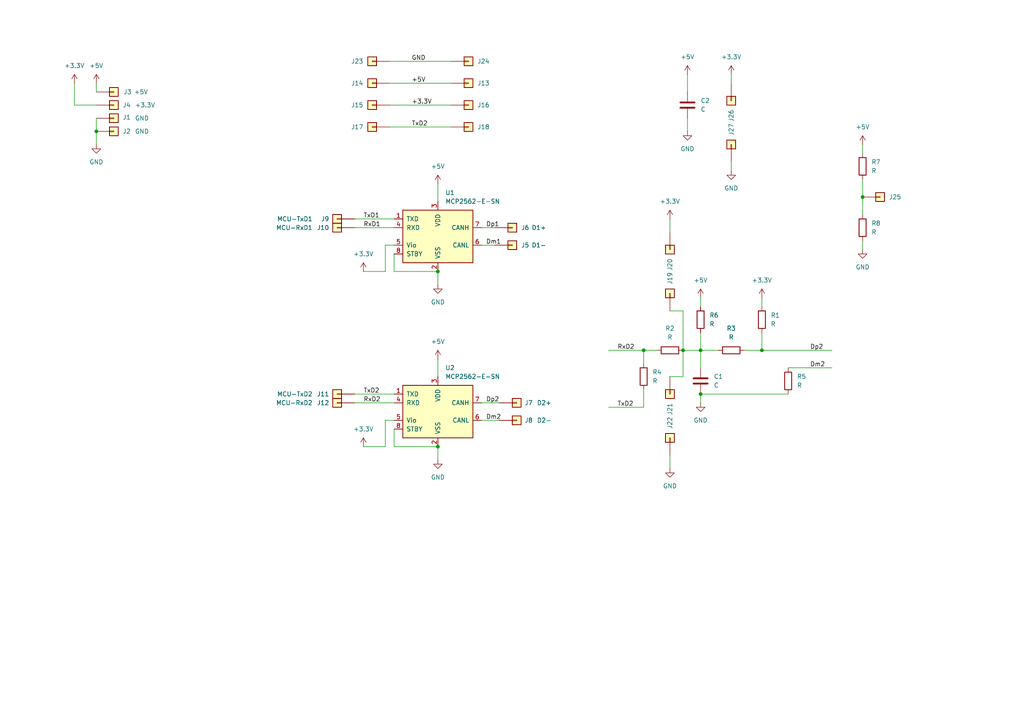
<source format=kicad_sch>
(kicad_sch (version 20250114) (generator "eeschema") (generator_version "9.0")
  (paper "A4")
  (lib_symbols
    (symbol "Connector_Generic:Conn_01x01" (pin_numbers (hide yes)) (pin_names (offset 1.016) (hide yes))
      (property "Reference" "J" (at 0 2.54 0))
      (property "Value" "Conn_01x01" (at 0 -2.54 0))
      (symbol "Conn_01x01_1_1"
        (rectangle (start -1.27 1.27) (end 1.27 -1.27) (stroke (width 0.254)) (fill (type background)))
        (rectangle (start -1.27 0.127) (end 0 -0.127) (stroke (width 0.1524)))
        (pin passive line (at -5.08 0 0) (length 3.81) (name "Pin_1") (number "1"))
      )
    )
    (symbol "Device:C" (pin_numbers (hide yes)) (pin_names (offset 0.254))
      (property "Reference" "C" (at 0.635 2.54 0))
      (property "Value" "C" (at 0.635 -2.54 0))
      (symbol "C_0_1"
        (polyline (pts (xy -2.032 0.762) (xy 2.032 0.762)) (stroke (width 0.508)))
        (polyline (pts (xy -2.032 -0.762) (xy 2.032 -0.762)) (stroke (width 0.508)))
      )
      (symbol "C_1_1"
        (pin passive line (at 0 3.81 270) (length 2.794) (name "~") (number "1"))
        (pin passive line (at 0 -3.81 90) (length 2.794) (name "~") (number "2"))
      )
    )
    (symbol "Device:R" (pin_numbers (hide yes)) (pin_names (offset 0))
      (property "Reference" "R" (at 2.032 0 90))
      (property "Value" "R" (at 0 0 90))
      (symbol "R_0_1"
        (rectangle (start -1.016 -2.54) (end 1.016 2.54) (stroke (width 0.254)))
      )
      (symbol "R_1_1"
        (pin passive line (at 0 3.81 270) (length 1.27) (name "~") (number "1"))
        (pin passive line (at 0 -3.81 90) (length 1.27) (name "~") (number "2"))
      )
    )
    (symbol "Interface_CAN_LIN:MCP2562-E-SN" (pin_names (offset 1.016))
      (property "Reference" "U" (at -10.16 8.89 0))
      (property "Value" "MCP2562-E-SN" (at 2.54 8.89 0))
      (symbol "MCP2562-E-SN_0_1"
        (rectangle (start -10.16 7.62) (end 10.16 -7.62) (stroke (width 0.254)) (fill (type background)))
      )
      (symbol "MCP2562-E-SN_1_1"
        (pin input line (at -12.7 5.08 0) (length 2.54) (name "TXD") (number "1"))
        (pin output line (at -12.7 2.54 0) (length 2.54) (name "RXD") (number "4"))
        (pin power_in line (at -12.7 -2.54 0) (length 2.54) (name "Vio") (number "5"))
        (pin input line (at -12.7 -5.08 0) (length 2.54) (name "STBY") (number "8"))
        (pin power_in line (at 0 10.16 270) (length 2.54) (name "VDD") (number "3"))
        (pin power_in line (at 0 -10.16 90) (length 2.54) (name "VSS") (number "2"))
        (pin bidirectional line (at 12.7 2.54 180) (length 2.54) (name "CANH") (number "7"))
        (pin bidirectional line (at 12.7 -2.54 180) (length 2.54) (name "CANL") (number "6"))
      )
    )
    (symbol "power:+3.3V" (power) (pin_numbers (hide yes)) (pin_names (offset 0) (hide yes))
      (property "Value" "+3.3V" (at 0 3.556 0))
      (symbol "+3.3V_0_1"
        (polyline (pts (xy -0.762 1.27) (xy 0 2.54)))
        (polyline (pts (xy 0 2.54) (xy 0.762 1.27)))
        (polyline (pts (xy 0 0) (xy 0 2.54)))
      )
      (symbol "+3.3V_1_1"
        (pin power_in line (at 0 0 90) (length 0) (name "~") (number "1"))
      )
    )
    (symbol "power:+5V" (power) (pin_numbers (hide yes)) (pin_names (offset 0) (hide yes))
      (property "Value" "+5V" (at 0 3.556 0))
      (symbol "+5V_0_1"
        (polyline (pts (xy -0.762 1.27) (xy 0 2.54)))
        (polyline (pts (xy 0 2.54) (xy 0.762 1.27)))
        (polyline (pts (xy 0 0) (xy 0 2.54)))
      )
      (symbol "+5V_1_1"
        (pin power_in line (at 0 0 90) (length 0) (name "~") (number "1"))
      )
    )
    (symbol "power:GND" (power) (pin_numbers (hide yes)) (pin_names (offset 0) (hide yes))
      (property "Value" "GND" (at 0 -3.81 0))
      (symbol "GND_0_1"
        (polyline (pts (xy 0 0) (xy 0 -1.27) (xy 1.27 -1.27) (xy 0 -2.54) (xy -1.27 -1.27) (xy 0 -1.27)))
      )
      (symbol "GND_1_1"
        (pin power_in line (at 0 0 270) (length 0) (name "~") (number "1"))
      )
    )
  )
  (junction (at 198.12 101.6))
  (junction (at 127 78.74))
  (junction (at 27.94 38.1))
  (junction (at 186.69 101.6))
  (junction (at 250.19 57.15))
  (junction (at 203.2 101.6))
  (junction (at 127 129.54))
  (junction (at 220.98 101.6))
  (junction (at 203.2 114.3))
  (wire (pts (xy 113.03 36.83) (xy 130.81 36.83)))
  (wire (pts (xy 113.03 17.78) (xy 130.81 17.78)))
  (wire (pts (xy 203.2 101.6) (xy 208.28 101.6)))
  (wire (pts (xy 194.31 132.08) (xy 194.31 135.89)))
  (wire (pts (xy 105.41 129.54) (xy 111.76 129.54)))
  (wire (pts (xy 194.31 109.22) (xy 198.12 109.22)))
  (wire (pts (xy 127 104.14) (xy 127 109.22)))
  (wire (pts (xy 199.39 34.29) (xy 199.39 38.1)))
  (wire (pts (xy 198.12 109.22) (xy 198.12 101.6)))
  (wire (pts (xy 27.94 24.13) (xy 27.94 26.67)))
  (wire (pts (xy 105.41 78.74) (xy 111.76 78.74)))
  (wire (pts (xy 250.19 52.07) (xy 250.19 57.15)))
  (wire (pts (xy 186.69 101.6) (xy 186.69 105.41)))
  (wire (pts (xy 198.12 101.6) (xy 203.2 101.6)))
  (wire (pts (xy 220.98 96.52) (xy 220.98 101.6)))
  (wire (pts (xy 203.2 114.3) (xy 203.2 116.84)))
  (wire (pts (xy 194.31 63.5) (xy 194.31 67.31)))
  (wire (pts (xy 215.9 101.6) (xy 220.98 101.6)))
  (wire (pts (xy 114.3 129.54) (xy 127 129.54)))
  (wire (pts (xy 203.2 114.3) (xy 228.6 114.3)))
  (wire (pts (xy 250.19 41.91) (xy 250.19 44.45)))
  (wire (pts (xy 27.94 34.29) (xy 27.94 38.1)))
  (wire (pts (xy 139.7 71.12) (xy 143.51 71.12)))
  (wire (pts (xy 250.19 57.15) (xy 250.19 62.23)))
  (wire (pts (xy 21.59 30.48) (xy 21.59 24.13)))
  (wire (pts (xy 139.7 116.84) (xy 144.78 116.84)))
  (wire (pts (xy 27.94 30.48) (xy 21.59 30.48)))
  (wire (pts (xy 127 129.54) (xy 127 133.35)))
  (wire (pts (xy 176.53 101.6) (xy 186.69 101.6)))
  (wire (pts (xy 111.76 71.12) (xy 114.3 71.12)))
  (wire (pts (xy 220.98 86.36) (xy 220.98 88.9)))
  (wire (pts (xy 199.39 21.59) (xy 199.39 26.67)))
  (wire (pts (xy 139.7 66.04) (xy 143.51 66.04)))
  (wire (pts (xy 102.87 116.84) (xy 114.3 116.84)))
  (wire (pts (xy 176.53 118.11) (xy 186.69 118.11)))
  (wire (pts (xy 228.6 106.68) (xy 241.3 106.68)))
  (wire (pts (xy 139.7 121.92) (xy 144.78 121.92)))
  (wire (pts (xy 127 78.74) (xy 127 82.55)))
  (wire (pts (xy 186.69 113.03) (xy 186.69 118.11)))
  (wire (pts (xy 203.2 101.6) (xy 203.2 106.68)))
  (wire (pts (xy 250.19 69.85) (xy 250.19 72.39)))
  (wire (pts (xy 102.87 66.04) (xy 114.3 66.04)))
  (wire (pts (xy 113.03 30.48) (xy 130.81 30.48)))
  (wire (pts (xy 114.3 78.74) (xy 127 78.74)))
  (wire (pts (xy 194.31 90.17) (xy 198.12 90.17)))
  (wire (pts (xy 102.87 63.5) (xy 114.3 63.5)))
  (wire (pts (xy 114.3 73.66) (xy 114.3 78.74)))
  (wire (pts (xy 111.76 129.54) (xy 111.76 121.92)))
  (wire (pts (xy 186.69 101.6) (xy 190.5 101.6)))
  (wire (pts (xy 198.12 90.17) (xy 198.12 101.6)))
  (wire (pts (xy 102.87 114.3) (xy 114.3 114.3)))
  (wire (pts (xy 111.76 121.92) (xy 114.3 121.92)))
  (wire (pts (xy 212.09 46.99) (xy 212.09 49.53)))
  (wire (pts (xy 203.2 86.36) (xy 203.2 88.9)))
  (wire (pts (xy 203.2 96.52) (xy 203.2 101.6)))
  (wire (pts (xy 114.3 124.46) (xy 114.3 129.54)))
  (wire (pts (xy 27.94 38.1) (xy 27.94 41.91)))
  (wire (pts (xy 212.09 21.59) (xy 212.09 24.13)))
  (wire (pts (xy 113.03 24.13) (xy 130.81 24.13)))
  (wire (pts (xy 111.76 78.74) (xy 111.76 71.12)))
  (wire (pts (xy 127 53.34) (xy 127 58.42)))
  (wire (pts (xy 220.98 101.6) (xy 241.3 101.6)))
  (label "Dp1" (at 140.97 66.04 0))
  (label "Dm1" (at 140.97 71.12 0))
  (label "TxD1" (at 105.41 63.5 0))
  (label "RxD1" (at 105.41 66.04 0))
  (label "RxD2" (at 105.41 116.84 0))
  (label "TxD2" (at 105.41 114.3 0))
  (label "RxD2" (at 179.07 101.6 0))
  (label "TxD2" (at 179.07 118.11 0))
  (label "TxD2" (at 119.38 36.83 0))
  (label "+5V" (at 119.38 24.13 0))
  (label "+3.3V" (at 119.38 30.48 0))
  (label "GND" (at 119.38 17.78 0))
  (label "Dp2" (at 140.97 116.84 0))
  (label "Dm2" (at 140.97 121.92 0))
  (label "Dp2" (at 234.95 101.6 0))
  (label "Dm2" (at 234.95 106.68 0))
  (symbol (lib_id "Device:C") (at 203.2 110.49 0) (unit 1)
    (property "Reference" "C1" (at 207.01 109.2199 0) (effects (justify left)))
    (property "Value" "C" (at 207.01 111.7599 0) (effects (justify left)))
    (property "Footprint" "Resistor_SMD:R_1206_3216Metric_Pad1.30x1.75mm_HandSolder" (effects (hide yes)))
    (property "Description" "Unpolarized capacitor" (effects (hide yes)))
  )
  (symbol (lib_id "power:GND") (at 127 133.35 0) (unit 1)
    (property "Reference" "#PWR07" (effects (hide yes)))
    (property "Value" "GND" (at 127 138.43 0))
    (property "Description" "Power symbol creates a global label with name \"GND\" , ground" (effects (hide yes)))
  )
  (symbol (lib_id "power:GND") (at 27.94 41.91 0) (unit 1)
    (property "Reference" "#PWR01" (effects (hide yes)))
    (property "Value" "GND" (at 27.94 46.99 0))
    (property "Description" "Power symbol creates a global label with name \"GND\" , ground" (effects (hide yes)))
  )
  (symbol (lib_id "power:+3.3V") (at 21.59 24.13 0) (unit 1)
    (property "Reference" "#PWR03" (effects (hide yes)))
    (property "Value" "+3.3V" (at 21.59 19.05 0))
    (property "Description" "Power symbol creates a global label with name \"+3.3V\"" (effects (hide yes)))
  )
  (symbol (lib_id "Connector_Generic:Conn_01x01") (at 135.89 36.83 0) (unit 1)
    (property "Reference" "J18" (at 138.43 36.83 0) (effects (justify left)))
    (property "Footprint" "Footprints:VHDR" (effects (hide yes)))
    (property "Description" "Generic connector, single row, 01x01, script generated (kicad-library-utils/schlib/autogen/connector/)" (effects (hide yes)))
  )
  (symbol (lib_id "Connector_Generic:Conn_01x01") (at 33.02 26.67 0) (unit 1)
    (property "Reference" "J3" (at 35.814 26.67 0) (effects (justify left)))
    (property "Value" "+5V" (at 38.862 26.6701 0) (effects (justify left)))
    (property "Footprint" "Footprints:BBHDR" (effects (hide yes)))
    (property "Description" "Generic connector, single row, 01x01, script generated (kicad-library-utils/schlib/autogen/connector/)" (effects (hide yes)))
  )
  (symbol (lib_id "Connector_Generic:Conn_01x01") (at 194.31 85.09 90) (unit 1)
    (property "Reference" "J19" (at 194.31 82.55 0) (effects (justify left)))
    (property "Footprint" "Footprints:CHDR" (effects (hide yes)))
    (property "Description" "Generic connector, single row, 01x01, script generated (kicad-library-utils/schlib/autogen/connector/)" (effects (hide yes)))
  )
  (symbol (lib_id "power:+3.3V") (at 105.41 129.54 0) (unit 1)
    (property "Reference" "#PWR08" (effects (hide yes)))
    (property "Value" "+3.3V" (at 105.41 124.46 0))
    (property "Description" "Power symbol creates a global label with name \"+3.3V\"" (effects (hide yes)))
  )
  (symbol (lib_id "Connector_Generic:Conn_01x01") (at 107.95 36.83 180) (unit 1)
    (property "Reference" "J17" (at 105.41 36.83 0) (effects (justify left)))
    (property "Footprint" "Footprints:VHDR" (effects (hide yes)))
    (property "Description" "Generic connector, single row, 01x01, script generated (kicad-library-utils/schlib/autogen/connector/)" (effects (hide yes)))
  )
  (symbol (lib_id "Interface_CAN_LIN:MCP2562-E-SN") (at 127 119.38 0) (unit 1)
    (property "Reference" "U2" (at 129.1433 106.68 0) (effects (justify left)))
    (property "Value" "MCP2562-E-SN" (at 129.1433 109.22 0) (effects (justify left)))
    (property "Footprint" "Package_SO:SOIC-8_3.9x4.9mm_P1.27mm" (effects (hide yes)))
    (property "Datasheet" "http://ww1.microchip.com/downloads/en/DeviceDoc/25167A.pdf" (effects (hide yes)))
    (property "Description" "High-Speed CAN Transceiver, 1Mbps, 5V supply, Vio pin, -40C to +125C, SOIC-8" (effects (hide yes)))
  )
  (symbol (lib_id "power:GND") (at 194.31 135.89 0) (unit 1)
    (property "Reference" "#PWR013" (effects (hide yes)))
    (property "Value" "GND" (at 194.31 140.97 0))
    (property "Description" "Power symbol creates a global label with name \"GND\" , ground" (effects (hide yes)))
  )
  (symbol (lib_id "Device:R") (at 212.09 101.6 90) (unit 1)
    (property "Reference" "R3" (at 212.09 95.25 90))
    (property "Value" "R" (at 212.09 97.79 90))
    (property "Footprint" "Resistor_SMD:R_1206_3216Metric_Pad1.30x1.75mm_HandSolder" (effects (hide yes)))
    (property "Description" "Resistor" (effects (hide yes)))
  )
  (symbol (lib_id "Connector_Generic:Conn_01x01") (at 148.59 71.12 0) (unit 1)
    (property "Reference" "J5" (at 151.13 71.12 0) (effects (justify left)))
    (property "Value" "D1-" (at 154.178 71.1201 0) (effects (justify left)))
    (property "Footprint" "Footprints:BBHDR" (effects (hide yes)))
    (property "Description" "Generic connector, single row, 01x01, script generated (kicad-library-utils/schlib/autogen/connector/)" (effects (hide yes)))
  )
  (symbol (lib_id "Connector_Generic:Conn_01x01") (at 212.09 29.21 270) (unit 1)
    (property "Reference" "J26" (at 212.09 31.75 0) (effects (justify left)))
    (property "Footprint" "Footprints:VHDR" (effects (hide yes)))
    (property "Description" "Generic connector, single row, 01x01, script generated (kicad-library-utils/schlib/autogen/connector/)" (effects (hide yes)))
  )
  (symbol (lib_id "power:GND") (at 250.19 72.39 0) (unit 1)
    (property "Reference" "#PWR016" (effects (hide yes)))
    (property "Value" "GND" (at 250.19 77.47 0))
    (property "Description" "Power symbol creates a global label with name \"GND\" , ground" (effects (hide yes)))
  )
  (symbol (lib_id "power:+5V") (at 127 53.34 0) (unit 1)
    (property "Reference" "#PWR04" (effects (hide yes)))
    (property "Value" "+5V" (at 127 48.26 0))
    (property "Description" "Power symbol creates a global label with name \"+5V\"" (effects (hide yes)))
  )
  (symbol (lib_id "Connector_Generic:Conn_01x01") (at 149.86 121.92 0) (unit 1)
    (property "Reference" "J8" (at 152.146 121.92 0) (effects (justify left)))
    (property "Value" "D2-" (at 155.702 121.9201 0) (effects (justify left)))
    (property "Footprint" "Footprints:BBHDR" (effects (hide yes)))
    (property "Description" "Generic connector, single row, 01x01, script generated (kicad-library-utils/schlib/autogen/connector/)" (effects (hide yes)))
  )
  (symbol (lib_id "power:+5V") (at 199.39 21.59 0) (unit 1)
    (property "Reference" "#PWR017" (effects (hide yes)))
    (property "Value" "+5V" (at 199.39 16.51 0))
    (property "Description" "Power symbol creates a global label with name \"+5V\"" (effects (hide yes)))
  )
  (symbol (lib_id "Connector_Generic:Conn_01x01") (at 33.02 38.1 0) (unit 1)
    (property "Reference" "J2" (at 35.56 38.1 0) (effects (justify left)))
    (property "Value" "GND" (at 39.116 38.1001 0) (effects (justify left)))
    (property "Footprint" "Footprints:BBHDR" (effects (hide yes)))
    (property "Description" "Generic connector, single row, 01x01, script generated (kicad-library-utils/schlib/autogen/connector/)" (effects (hide yes)))
  )
  (symbol (lib_id "power:GND") (at 199.39 38.1 0) (unit 1)
    (property "Reference" "#PWR018" (effects (hide yes)))
    (property "Value" "GND" (at 199.39 43.18 0))
    (property "Description" "Power symbol creates a global label with name \"GND\" , ground" (effects (hide yes)))
  )
  (symbol (lib_id "Device:R") (at 250.19 48.26 0) (unit 1)
    (property "Reference" "R7" (at 252.73 46.9899 0) (effects (justify left)))
    (property "Value" "R" (at 252.73 49.5299 0) (effects (justify left)))
    (property "Footprint" "Resistor_SMD:R_1206_3216Metric_Pad1.30x1.75mm_HandSolder" (effects (hide yes)))
    (property "Description" "Resistor" (effects (hide yes)))
  )
  (symbol (lib_id "power:+3.3V") (at 220.98 86.36 0) (unit 1)
    (property "Reference" "#PWR011" (effects (hide yes)))
    (property "Value" "+3.3V" (at 220.98 81.28 0))
    (property "Description" "Power symbol creates a global label with name \"+3.3V\"" (effects (hide yes)))
  )
  (symbol (lib_id "Connector_Generic:Conn_01x01") (at 97.79 116.84 180) (unit 1)
    (property "Reference" "J12" (at 95.504 116.84 0) (effects (justify left)))
    (property "Value" "MCU-RxD2" (at 90.678 116.84 0) (effects (justify left)))
    (property "Footprint" "Footprints:BBHDR" (effects (hide yes)))
    (property "Description" "Generic connector, single row, 01x01, script generated (kicad-library-utils/schlib/autogen/connector/)" (effects (hide yes)))
  )
  (symbol (lib_id "Connector_Generic:Conn_01x01") (at 97.79 114.3 180) (unit 1)
    (property "Reference" "J11" (at 95.504 114.3 0) (effects (justify left)))
    (property "Value" "MCU-TxD2" (at 90.678 114.3 0) (effects (justify left)))
    (property "Footprint" "Footprints:BBHDR" (effects (hide yes)))
    (property "Description" "Generic connector, single row, 01x01, script generated (kicad-library-utils/schlib/autogen/connector/)" (effects (hide yes)))
  )
  (symbol (lib_id "Device:C") (at 199.39 30.48 0) (unit 1)
    (property "Reference" "C2" (at 203.2 29.2099 0) (effects (justify left)))
    (property "Value" "C" (at 203.2 31.7499 0) (effects (justify left)))
    (property "Footprint" "Resistor_SMD:R_1206_3216Metric_Pad1.30x1.75mm_HandSolder" (effects (hide yes)))
    (property "Description" "Unpolarized capacitor" (effects (hide yes)))
  )
  (symbol (lib_id "Device:R") (at 186.69 109.22 180) (unit 1)
    (property "Reference" "R4" (at 189.23 107.9499 0) (effects (justify right)))
    (property "Value" "R" (at 189.23 110.4899 0) (effects (justify right)))
    (property "Footprint" "Resistor_SMD:R_1206_3216Metric_Pad1.30x1.75mm_HandSolder" (effects (hide yes)))
    (property "Description" "Resistor" (effects (hide yes)))
  )
  (symbol (lib_id "power:+5V") (at 127 104.14 0) (unit 1)
    (property "Reference" "#PWR05" (effects (hide yes)))
    (property "Value" "+5V" (at 127 99.06 0))
    (property "Description" "Power symbol creates a global label with name \"+5V\"" (effects (hide yes)))
  )
  (symbol (lib_id "Connector_Generic:Conn_01x01") (at 194.31 72.39 270) (unit 1)
    (property "Reference" "J20" (at 194.31 74.93 0) (effects (justify left)))
    (property "Footprint" "Footprints:CHDR" (effects (hide yes)))
    (property "Description" "Generic connector, single row, 01x01, script generated (kicad-library-utils/schlib/autogen/connector/)" (effects (hide yes)))
  )
  (symbol (lib_id "Connector_Generic:Conn_01x01") (at 97.79 63.5 180) (unit 1)
    (property "Reference" "J9" (at 95.504 63.5 0) (effects (justify left)))
    (property "Value" "MCU-TxD1" (at 90.678 63.5 0) (effects (justify left)))
    (property "Footprint" "Footprints:BBHDR" (effects (hide yes)))
    (property "Description" "Generic connector, single row, 01x01, script generated (kicad-library-utils/schlib/autogen/connector/)" (effects (hide yes)))
  )
  (symbol (lib_id "Connector_Generic:Conn_01x01") (at 33.02 34.29 0) (unit 1)
    (property "Reference" "J1" (at 35.56 34.036 0) (effects (justify left)))
    (property "Value" "GND" (at 39.116 34.2901 0) (effects (justify left)))
    (property "Footprint" "Footprints:BBHDR" (effects (hide yes)))
    (property "Description" "Generic connector, single row, 01x01, script generated (kicad-library-utils/schlib/autogen/connector/)" (effects (hide yes)))
  )
  (symbol (lib_id "Device:R") (at 194.31 101.6 90) (unit 1)
    (property "Reference" "R2" (at 194.31 95.25 90))
    (property "Value" "R" (at 194.31 97.79 90))
    (property "Footprint" "Resistor_SMD:R_1206_3216Metric_Pad1.30x1.75mm_HandSolder" (effects (hide yes)))
    (property "Description" "Resistor" (effects (hide yes)))
  )
  (symbol (lib_id "Connector_Generic:Conn_01x01") (at 194.31 127 90) (unit 1)
    (property "Reference" "J22" (at 194.31 124.46 0) (effects (justify left)))
    (property "Footprint" "Footprints:CHDR" (effects (hide yes)))
    (property "Description" "Generic connector, single row, 01x01, script generated (kicad-library-utils/schlib/autogen/connector/)" (effects (hide yes)))
  )
  (symbol (lib_id "Device:R") (at 220.98 92.71 0) (unit 1)
    (property "Reference" "R1" (at 223.52 91.4399 0) (effects (justify left)))
    (property "Value" "R" (at 223.52 93.9799 0) (effects (justify left)))
    (property "Footprint" "Resistor_SMD:R_1206_3216Metric_Pad1.30x1.75mm_HandSolder" (effects (hide yes)))
    (property "Description" "Resistor" (effects (hide yes)))
  )
  (symbol (lib_id "power:GND") (at 212.09 49.53 0) (unit 1)
    (property "Reference" "#PWR019" (effects (hide yes)))
    (property "Value" "GND" (at 212.09 54.61 0))
    (property "Description" "Power symbol creates a global label with name \"GND\" , ground" (effects (hide yes)))
  )
  (symbol (lib_id "Connector_Generic:Conn_01x01") (at 135.89 30.48 0) (unit 1)
    (property "Reference" "J16" (at 138.43 30.48 0) (effects (justify left)))
    (property "Footprint" "Footprints:VHDR" (effects (hide yes)))
    (property "Description" "Generic connector, single row, 01x01, script generated (kicad-library-utils/schlib/autogen/connector/)" (effects (hide yes)))
  )
  (symbol (lib_id "Device:R") (at 228.6 110.49 180) (unit 1)
    (property "Reference" "R5" (at 231.14 109.2199 0) (effects (justify right)))
    (property "Value" "R" (at 231.14 111.7599 0) (effects (justify right)))
    (property "Footprint" "Resistor_SMD:R_1206_3216Metric_Pad1.30x1.75mm_HandSolder" (effects (hide yes)))
    (property "Description" "Resistor" (effects (hide yes)))
  )
  (symbol (lib_id "Connector_Generic:Conn_01x01") (at 33.02 30.48 0) (unit 1)
    (property "Reference" "J4" (at 35.56 30.48 0) (effects (justify left)))
    (property "Value" "+3.3V" (at 39.116 30.48 0) (effects (justify left)))
    (property "Footprint" "Footprints:BBHDR" (effects (hide yes)))
    (property "Description" "Generic connector, single row, 01x01, script generated (kicad-library-utils/schlib/autogen/connector/)" (effects (hide yes)))
  )
  (symbol (lib_id "Connector_Generic:Conn_01x01") (at 97.79 66.04 180) (unit 1)
    (property "Reference" "J10" (at 95.504 66.04 0) (effects (justify left)))
    (property "Value" "MCU-RxD1" (at 90.678 66.04 0) (effects (justify left)))
    (property "Footprint" "Footprints:BBHDR" (effects (hide yes)))
    (property "Description" "Generic connector, single row, 01x01, script generated (kicad-library-utils/schlib/autogen/connector/)" (effects (hide yes)))
  )
  (symbol (lib_id "Connector_Generic:Conn_01x01") (at 135.89 17.78 0) (unit 1)
    (property "Reference" "J24" (at 138.43 17.78 0) (effects (justify left)))
    (property "Footprint" "Footprints:VHDR" (effects (hide yes)))
    (property "Description" "Generic connector, single row, 01x01, script generated (kicad-library-utils/schlib/autogen/connector/)" (effects (hide yes)))
  )
  (symbol (lib_id "power:+5V") (at 250.19 41.91 0) (unit 1)
    (property "Reference" "#PWR015" (effects (hide yes)))
    (property "Value" "+5V" (at 250.19 36.83 0))
    (property "Description" "Power symbol creates a global label with name \"+5V\"" (effects (hide yes)))
  )
  (symbol (lib_id "Connector_Generic:Conn_01x01") (at 212.09 41.91 90) (unit 1)
    (property "Reference" "J27" (at 212.09 39.37 0) (effects (justify left)))
    (property "Footprint" "Footprints:VHDR" (effects (hide yes)))
    (property "Description" "Generic connector, single row, 01x01, script generated (kicad-library-utils/schlib/autogen/connector/)" (effects (hide yes)))
  )
  (symbol (lib_id "Interface_CAN_LIN:MCP2562-E-SN") (at 127 68.58 0) (unit 1)
    (property "Reference" "U1" (at 129.1433 55.88 0) (effects (justify left)))
    (property "Value" "MCP2562-E-SN" (at 129.1433 58.42 0) (effects (justify left)))
    (property "Footprint" "Package_SO:SOIC-8_3.9x4.9mm_P1.27mm" (effects (hide yes)))
    (property "Datasheet" "http://ww1.microchip.com/downloads/en/DeviceDoc/25167A.pdf" (effects (hide yes)))
    (property "Description" "High-Speed CAN Transceiver, 1Mbps, 5V supply, Vio pin, -40C to +125C, SOIC-8" (effects (hide yes)))
  )
  (symbol (lib_id "Connector_Generic:Conn_01x01") (at 148.59 66.04 0) (unit 1)
    (property "Reference" "J6" (at 151.13 66.04 0) (effects (justify left)))
    (property "Value" "D1+" (at 154.178 66.0401 0) (effects (justify left)))
    (property "Footprint" "Footprints:BBHDR" (effects (hide yes)))
    (property "Description" "Generic connector, single row, 01x01, script generated (kicad-library-utils/schlib/autogen/connector/)" (effects (hide yes)))
  )
  (symbol (lib_id "Device:R") (at 203.2 92.71 0) (unit 1)
    (property "Reference" "R6" (at 205.74 91.4399 0) (effects (justify left)))
    (property "Value" "R" (at 205.74 93.9799 0) (effects (justify left)))
    (property "Footprint" "Resistor_SMD:R_1206_3216Metric_Pad1.30x1.75mm_HandSolder" (effects (hide yes)))
    (property "Description" "Resistor" (effects (hide yes)))
  )
  (symbol (lib_id "power:+3.3V") (at 194.31 63.5 0) (unit 1)
    (property "Reference" "#PWR014" (effects (hide yes)))
    (property "Value" "+3.3V" (at 194.31 58.42 0))
    (property "Description" "Power symbol creates a global label with name \"+3.3V\"" (effects (hide yes)))
  )
  (symbol (lib_id "power:+3.3V") (at 105.41 78.74 0) (unit 1)
    (property "Reference" "#PWR09" (effects (hide yes)))
    (property "Value" "+3.3V" (at 105.41 73.66 0))
    (property "Description" "Power symbol creates a global label with name \"+3.3V\"" (effects (hide yes)))
  )
  (symbol (lib_id "power:GND") (at 203.2 116.84 0) (unit 1)
    (property "Reference" "#PWR010" (effects (hide yes)))
    (property "Value" "GND" (at 203.2 121.92 0))
    (property "Description" "Power symbol creates a global label with name \"GND\" , ground" (effects (hide yes)))
  )
  (symbol (lib_id "Connector_Generic:Conn_01x01") (at 107.95 17.78 180) (unit 1)
    (property "Reference" "J23" (at 105.41 17.78 0) (effects (justify left)))
    (property "Footprint" "Footprints:VHDR" (effects (hide yes)))
    (property "Description" "Generic connector, single row, 01x01, script generated (kicad-library-utils/schlib/autogen/connector/)" (effects (hide yes)))
  )
  (symbol (lib_id "Connector_Generic:Conn_01x01") (at 149.86 116.84 0) (unit 1)
    (property "Reference" "J7" (at 152.146 116.84 0) (effects (justify left)))
    (property "Value" "D2+" (at 155.702 116.8401 0) (effects (justify left)))
    (property "Footprint" "Footprints:BBHDR" (effects (hide yes)))
    (property "Description" "Generic connector, single row, 01x01, script generated (kicad-library-utils/schlib/autogen/connector/)" (effects (hide yes)))
  )
  (symbol (lib_id "power:+3.3V") (at 212.09 21.59 0) (unit 1)
    (property "Reference" "#PWR020" (effects (hide yes)))
    (property "Value" "+3.3V" (at 212.09 16.51 0))
    (property "Description" "Power symbol creates a global label with name \"+3.3V\"" (effects (hide yes)))
  )
  (symbol (lib_id "power:GND") (at 127 82.55 0) (unit 1)
    (property "Reference" "#PWR06" (effects (hide yes)))
    (property "Value" "GND" (at 127 87.63 0))
    (property "Description" "Power symbol creates a global label with name \"GND\" , ground" (effects (hide yes)))
  )
  (symbol (lib_id "Connector_Generic:Conn_01x01") (at 107.95 24.13 180) (unit 1)
    (property "Reference" "J14" (at 105.41 24.13 0) (effects (justify left)))
    (property "Footprint" "Footprints:VHDR" (effects (hide yes)))
    (property "Description" "Generic connector, single row, 01x01, script generated (kicad-library-utils/schlib/autogen/connector/)" (effects (hide yes)))
  )
  (symbol (lib_id "Connector_Generic:Conn_01x01") (at 255.27 57.15 0) (unit 1)
    (property "Reference" "J25" (at 257.81 57.15 0) (effects (justify left)))
    (property "Footprint" "Footprints:VHDR" (effects (hide yes)))
    (property "Description" "Generic connector, single row, 01x01, script generated (kicad-library-utils/schlib/autogen/connector/)" (effects (hide yes)))
  )
  (symbol (lib_id "Connector_Generic:Conn_01x01") (at 135.89 24.13 0) (unit 1)
    (property "Reference" "J13" (at 138.43 24.13 0) (effects (justify left)))
    (property "Footprint" "Footprints:VHDR" (effects (hide yes)))
    (property "Description" "Generic connector, single row, 01x01, script generated (kicad-library-utils/schlib/autogen/connector/)" (effects (hide yes)))
  )
  (symbol (lib_id "power:+5V") (at 203.2 86.36 0) (unit 1)
    (property "Reference" "#PWR012" (effects (hide yes)))
    (property "Value" "+5V" (at 203.2 81.28 0))
    (property "Description" "Power symbol creates a global label with name \"+5V\"" (effects (hide yes)))
  )
  (symbol (lib_id "Connector_Generic:Conn_01x01") (at 194.31 114.3 270) (unit 1)
    (property "Reference" "J21" (at 194.31 116.84 0) (effects (justify left)))
    (property "Footprint" "Footprints:CHDR" (effects (hide yes)))
    (property "Description" "Generic connector, single row, 01x01, script generated (kicad-library-utils/schlib/autogen/connector/)" (effects (hide yes)))
  )
  (symbol (lib_id "power:+5V") (at 27.94 24.13 0) (unit 1)
    (property "Reference" "#PWR02" (effects (hide yes)))
    (property "Value" "+5V" (at 27.94 19.05 0))
    (property "Description" "Power symbol creates a global label with name \"+5V\"" (effects (hide yes)))
  )
  (symbol (lib_id "Device:R") (at 250.19 66.04 180) (unit 1)
    (property "Reference" "R8" (at 252.73 64.7699 0) (effects (justify right)))
    (property "Value" "R" (at 252.73 67.3099 0) (effects (justify right)))
    (property "Footprint" "Resistor_SMD:R_1206_3216Metric_Pad1.30x1.75mm_HandSolder" (effects (hide yes)))
    (property "Description" "Resistor" (effects (hide yes)))
  )
  (symbol (lib_id "Connector_Generic:Conn_01x01") (at 107.95 30.48 180) (unit 1)
    (property "Reference" "J15" (at 105.41 30.48 0) (effects (justify left)))
    (property "Footprint" "Footprints:VHDR" (effects (hide yes)))
    (property "Description" "Generic connector, single row, 01x01, script generated (kicad-library-utils/schlib/autogen/connector/)" (effects (hide yes)))
  )
)
</source>
